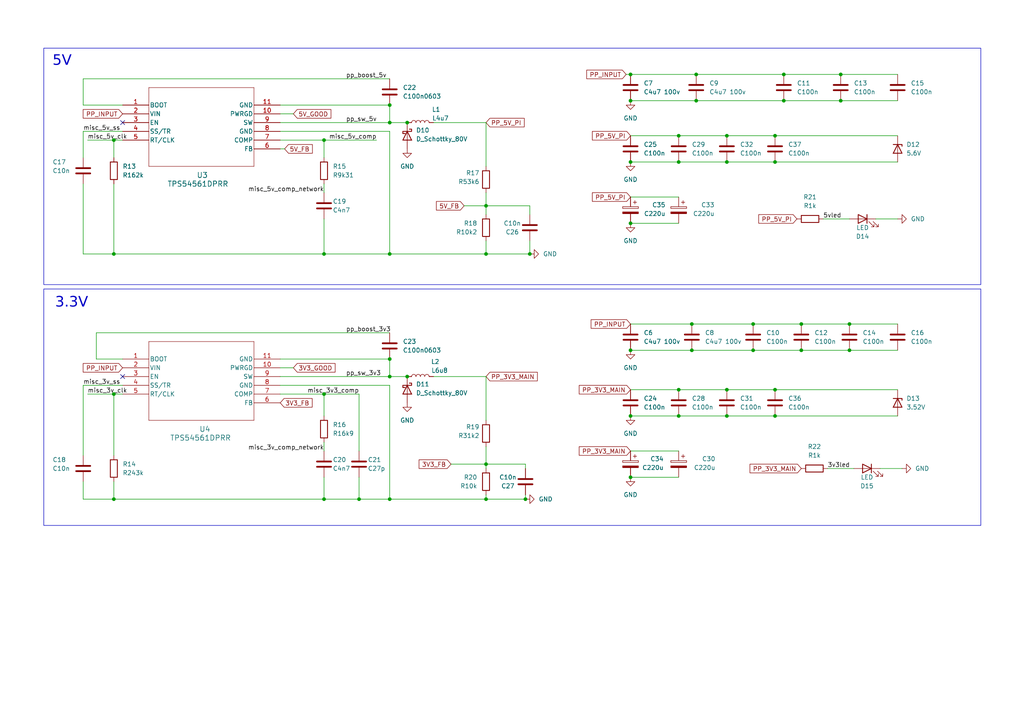
<source format=kicad_sch>
(kicad_sch (version 20231120) (generator "eeschema") (generator_version "8.0")
  (paper "A4")
  (title_block (title "Power Converters") (date "2025-02-17") (rev "2.0") (comment 1 "Matthew Guo") (comment 2 "matthew@paisleymicro.com") (comment 3 "Matthew Guo") (comment 4 "matthew@paisleymicro.com") (comment 5 "Firefly-4") (comment 6 "PAISLEY-FC-4") (comment 7 "2025") (comment 8 "Firefly Automation Controller for RPi CM4"))
  (lib_symbols
    (symbol "Device:C" (pin_numbers hide) (pin_names (offset 0.254))
      (property "Reference" "C" (at 0.635 2.54 0))
      (property "Value" "C" (at 0.635 -2.54 0))
      (symbol "C_0_1"
        (polyline (pts (xy -2.032 -0.762) (xy 2.032 -0.762)) (stroke (width 0.508)))
        (polyline (pts (xy -2.032 0.762) (xy 2.032 0.762)) (stroke (width 0.508)))
      )
      (symbol "C_1_1"
        (pin passive line (at 0 3.81 270) (length 2.794) (name "~") (number "1"))
        (pin passive line (at 0 -3.81 90) (length 2.794) (name "~") (number "2"))
      )
    )
    (symbol "Device:C_Polarized" (pin_numbers hide) (pin_names (offset 0.254))
      (property "Reference" "C" (at 0.635 2.54 0))
      (property "Value" "C_Polarized" (at 0.635 -2.54 0))
      (symbol "C_Polarized_0_1"
        (rectangle (start -2.286 0.508) (end 2.286 1.016))
        (polyline (pts (xy -1.778 2.286) (xy -0.762 2.286)))
        (polyline (pts (xy -1.27 2.794) (xy -1.27 1.778)))
        (rectangle (start 2.286 -0.508) (end -2.286 -1.016) (fill (type outline)))
      )
      (symbol "C_Polarized_1_1"
        (pin passive line (at 0 3.81 270) (length 2.794) (name "~") (number "1"))
        (pin passive line (at 0 -3.81 90) (length 2.794) (name "~") (number "2"))
      )
    )
    (symbol "Device:D_Schottky" (pin_numbers hide) (pin_names (offset 1.016) hide)
      (property "Reference" "D" (at 0 2.54 0))
      (property "Value" "D_Schottky" (at 0 -2.54 0))
      (symbol "D_Schottky_0_1"
        (polyline (pts (xy 1.27 0) (xy -1.27 0)))
        (polyline (pts (xy 1.27 1.27) (xy 1.27 -1.27) (xy -1.27 0) (xy 1.27 1.27)) (stroke (width 0.254)))
        (polyline (pts (xy -1.905 0.635) (xy -1.905 1.27) (xy -1.27 1.27) (xy -1.27 -1.27) (xy -0.635 -1.27) (xy -0.635 -0.635)) (stroke (width 0.254)))
      )
      (symbol "D_Schottky_1_1"
        (pin passive line (at -3.81 0 0) (length 2.54) (name "K") (number "1"))
        (pin passive line (at 3.81 0 180) (length 2.54) (name "A") (number "2"))
      )
    )
    (symbol "Device:D_Zener" (pin_numbers hide) (pin_names (offset 1.016) hide)
      (property "Reference" "D" (at 0 2.54 0))
      (property "Value" "D_Zener" (at 0 -2.54 0))
      (symbol "D_Zener_0_1"
        (polyline (pts (xy 1.27 0) (xy -1.27 0)))
        (polyline (pts (xy -1.27 -1.27) (xy -1.27 1.27) (xy -0.762 1.27)) (stroke (width 0.254)))
        (polyline (pts (xy 1.27 -1.27) (xy 1.27 1.27) (xy -1.27 0) (xy 1.27 -1.27)) (stroke (width 0.254)))
      )
      (symbol "D_Zener_1_1"
        (pin passive line (at -3.81 0 0) (length 2.54) (name "K") (number "1"))
        (pin passive line (at 3.81 0 180) (length 2.54) (name "A") (number "2"))
      )
    )
    (symbol "Device:L" (pin_numbers hide) (pin_names (offset 1.016) hide)
      (property "Reference" "L" (at -1.27 0 90))
      (property "Value" "L" (at 1.905 0 90))
      (symbol "L_0_1"
        (arc (start 0 -2.54) (mid 0.6323 -1.905) (end 0 -1.27))
        (arc (start 0 -1.27) (mid 0.6323 -0.635) (end 0 0))
        (arc (start 0 0) (mid 0.6323 0.635) (end 0 1.27))
        (arc (start 0 1.27) (mid 0.6323 1.905) (end 0 2.54))
      )
      (symbol "L_1_1"
        (pin passive line (at 0 3.81 270) (length 1.27) (name "1") (number "1"))
        (pin passive line (at 0 -3.81 90) (length 1.27) (name "2") (number "2"))
      )
    )
    (symbol "Device:LED" (pin_numbers hide) (pin_names (offset 1.016) hide)
      (property "Reference" "D" (at 0 2.54 0))
      (property "Value" "LED" (at 0 -2.54 0))
      (symbol "LED_0_1"
        (polyline (pts (xy -1.27 -1.27) (xy -1.27 1.27)) (stroke (width 0.254)))
        (polyline (pts (xy -1.27 0) (xy 1.27 0)))
        (polyline (pts (xy 1.27 -1.27) (xy 1.27 1.27) (xy -1.27 0) (xy 1.27 -1.27)) (stroke (width 0.254)))
        (polyline (pts (xy -3.048 -0.762) (xy -4.572 -2.286) (xy -3.81 -2.286) (xy -4.572 -2.286) (xy -4.572 -1.524)))
        (polyline (pts (xy -1.778 -0.762) (xy -3.302 -2.286) (xy -2.54 -2.286) (xy -3.302 -2.286) (xy -3.302 -1.524)))
      )
      (symbol "LED_1_1"
        (pin passive line (at -3.81 0 0) (length 2.54) (name "K") (number "1"))
        (pin passive line (at 3.81 0 180) (length 2.54) (name "A") (number "2"))
      )
    )
    (symbol "Device:R" (pin_numbers hide) (pin_names (offset 0))
      (property "Reference" "R" (at 2.032 0 90))
      (property "Value" "R" (at 0 0 90))
      (symbol "R_0_1"
        (rectangle (start -1.016 -2.54) (end 1.016 2.54) (stroke (width 0.254)))
      )
      (symbol "R_1_1"
        (pin passive line (at 0 3.81 270) (length 1.27) (name "~") (number "1"))
        (pin passive line (at 0 -3.81 90) (length 1.27) (name "~") (number "2"))
      )
    )
    (symbol "jack_stand_board_symbols:TPS54561DPRR" (pin_names (offset 0.254))
      (property "Reference" "U" (at 22.86 10.16 0))
      (property "Value" "TPS54561DPRR" (at 22.86 7.62 0))
      (symbol "TPS54561DPRR_0_1"
        (polyline (pts (xy 7.62 -17.78) (xy 38.1 -17.78)) (stroke (width 0.127)))
        (polyline (pts (xy 7.62 5.08) (xy 7.62 -17.78)) (stroke (width 0.127)))
        (polyline (pts (xy 38.1 -17.78) (xy 38.1 5.08)) (stroke (width 0.127)))
        (polyline (pts (xy 38.1 5.08) (xy 7.62 5.08)) (stroke (width 0.127)))
        (pin output line (at 0 0 0) (length 7.62) (name "BOOT") (number "1"))
        (pin input line (at 45.72 -2.54 180) (length 7.62) (name "PWRGD") (number "10"))
        (pin power_out line (at 45.72 0 180) (length 7.62) (name "GND") (number "11"))
        (pin power_in line (at 0 -2.54 0) (length 7.62) (name "VIN") (number "2"))
        (pin input line (at 0 -5.08 0) (length 7.62) (name "EN") (number "3"))
        (pin input line (at 0 -7.62 0) (length 7.62) (name "SS/TR") (number "4"))
        (pin input line (at 0 -10.16 0) (length 7.62) (name "RT/CLK") (number "5"))
        (pin input line (at 45.72 -12.7 180) (length 7.62) (name "FB") (number "6"))
        (pin output line (at 45.72 -10.16 180) (length 7.62) (name "COMP") (number "7"))
        (pin power_out line (at 45.72 -7.62 180) (length 7.62) (name "GND") (number "8"))
        (pin input line (at 45.72 -5.08 180) (length 7.62) (name "SW") (number "9"))
      )
    )
    (symbol "power:GND" (power) (pin_names (offset 0))
      (property "Value" "GND" (at 0 -3.81 0))
      (symbol "GND_0_1"
        (polyline (pts (xy 0 0) (xy 0 -1.27) (xy 1.27 -1.27) (xy 0 -2.54) (xy -1.27 -1.27) (xy 0 -1.27)))
      )
      (symbol "GND_1_1"
        (pin power_in line (at 0 0 270) (length 0) hide (name "GND") (number "1"))
      )
    )
  )
  (junction (at 113.03 30.48))
  (junction (at 200.66 93.98))
  (junction (at 182.88 64.77))
  (junction (at 33.02 40.64))
  (junction (at 246.38 101.6))
  (junction (at 152.4 144.78))
  (junction (at 196.85 46.99))
  (junction (at 118.11 109.22))
  (junction (at 140.97 73.66))
  (junction (at 210.82 113.03))
  (junction (at 227.33 21.59))
  (junction (at 210.82 39.37))
  (junction (at 33.02 114.3))
  (junction (at 93.98 40.64))
  (junction (at 227.33 29.21))
  (junction (at 210.82 46.99))
  (junction (at 232.41 93.98))
  (junction (at 113.03 73.66))
  (junction (at 140.97 134.62))
  (junction (at 210.82 120.65))
  (junction (at 196.85 113.03))
  (junction (at 243.84 21.59))
  (junction (at 224.79 46.99))
  (junction (at 33.02 144.78))
  (junction (at 140.97 59.69))
  (junction (at 224.79 120.65))
  (junction (at 201.93 21.59))
  (junction (at 196.85 39.37))
  (junction (at 33.02 73.66))
  (junction (at 182.88 120.65))
  (junction (at 182.88 46.99))
  (junction (at 218.44 101.6))
  (junction (at 113.03 144.78))
  (junction (at 232.41 101.6))
  (junction (at 113.03 35.56))
  (junction (at 246.38 93.98))
  (junction (at 104.14 144.78))
  (junction (at 201.93 29.21))
  (junction (at 218.44 93.98))
  (junction (at 200.66 101.6))
  (junction (at 243.84 29.21))
  (junction (at 93.98 73.66))
  (junction (at 224.79 113.03))
  (junction (at 224.79 39.37))
  (junction (at 113.03 109.22))
  (junction (at 140.97 144.78))
  (junction (at 118.11 35.56))
  (junction (at 93.98 114.3))
  (junction (at 182.88 21.59))
  (junction (at 182.88 29.21))
  (junction (at 182.88 101.6))
  (junction (at 113.03 104.14))
  (junction (at 153.67 73.66))
  (junction (at 182.88 138.43))
  (junction (at 196.85 120.65))
  (junction (at 93.98 144.78))
  (no_connect (at 35.56 109.22))
  (no_connect (at 35.56 35.56))
  (wire (pts (xy 246.38 93.98) (xy 260.35 93.98)))
  (wire (pts (xy 24.13 144.78) (xy 33.02 144.78)))
  (wire (pts (xy 33.02 40.64) (xy 35.56 40.64)))
  (wire (pts (xy 104.14 114.3) (xy 93.98 114.3)))
  (wire (pts (xy 224.79 39.37) (xy 260.35 39.37)))
  (wire (pts (xy 93.98 63.5) (xy 93.98 73.66)))
  (wire (pts (xy 35.56 38.1) (xy 24.13 38.1)))
  (wire (pts (xy 33.02 139.7) (xy 33.02 144.78)))
  (wire (pts (xy 181.61 21.59) (xy 182.88 21.59)))
  (wire (pts (xy 140.97 73.66) (xy 113.03 73.66)))
  (wire (pts (xy 240.03 135.89) (xy 247.65 135.89)))
  (wire (pts (xy 196.85 64.77) (xy 182.88 64.77)))
  (wire (pts (xy 24.13 139.7) (xy 24.13 144.78)))
  (wire (pts (xy 93.98 73.66) (xy 113.03 73.66)))
  (wire (pts (xy 24.13 22.86) (xy 113.03 22.86)))
  (wire (pts (xy 200.66 101.6) (xy 218.44 101.6)))
  (wire (pts (xy 24.13 30.48) (xy 24.13 22.86)))
  (wire (pts (xy 134.62 59.69) (xy 140.97 59.69)))
  (wire (pts (xy 227.33 29.21) (xy 243.84 29.21)))
  (wire (pts (xy 93.98 144.78) (xy 104.14 144.78)))
  (wire (pts (xy 93.98 55.88) (xy 93.98 53.34)))
  (wire (pts (xy 201.93 21.59) (xy 227.33 21.59)))
  (wire (pts (xy 153.67 73.66) (xy 140.97 73.66)))
  (wire (pts (xy 81.28 104.14) (xy 113.03 104.14)))
  (wire (pts (xy 232.41 101.6) (xy 246.38 101.6)))
  (wire (pts (xy 182.88 21.59) (xy 201.93 21.59)))
  (wire (pts (xy 218.44 93.98) (xy 232.41 93.98)))
  (wire (pts (xy 104.14 138.43) (xy 104.14 144.78)))
  (wire (pts (xy 93.98 144.78) (xy 93.98 138.43)))
  (wire (pts (xy 25.4 40.64) (xy 33.02 40.64)))
  (wire (pts (xy 24.13 38.1) (xy 24.13 45.72)))
  (wire (pts (xy 113.03 109.22) (xy 118.11 109.22)))
  (wire (pts (xy 210.82 46.99) (xy 224.79 46.99)))
  (wire (pts (xy 152.4 135.89) (xy 152.4 134.62)))
  (wire (pts (xy 82.55 43.18) (xy 81.28 43.18)))
  (wire (pts (xy 24.13 73.66) (xy 33.02 73.66)))
  (wire (pts (xy 210.82 120.65) (xy 224.79 120.65)))
  (wire (pts (xy 182.88 29.21) (xy 201.93 29.21)))
  (wire (pts (xy 113.03 38.1) (xy 113.03 73.66)))
  (wire (pts (xy 224.79 120.65) (xy 260.35 120.65)))
  (wire (pts (xy 81.28 114.3) (xy 93.98 114.3)))
  (wire (pts (xy 182.88 93.98) (xy 200.66 93.98)))
  (wire (pts (xy 152.4 134.62) (xy 140.97 134.62)))
  (wire (pts (xy 140.97 35.56) (xy 140.97 48.26)))
  (wire (pts (xy 109.22 40.64) (xy 93.98 40.64)))
  (wire (pts (xy 35.56 30.48) (xy 24.13 30.48)))
  (wire (pts (xy 182.88 120.65) (xy 196.85 120.65)))
  (wire (pts (xy 113.03 30.48) (xy 113.03 35.56)))
  (wire (pts (xy 25.4 114.3) (xy 33.02 114.3)))
  (wire (pts (xy 140.97 134.62) (xy 140.97 135.89)))
  (wire (pts (xy 260.35 63.5) (xy 254 63.5)))
  (wire (pts (xy 152.4 144.78) (xy 152.4 143.51)))
  (wire (pts (xy 246.38 101.6) (xy 260.35 101.6)))
  (wire (pts (xy 152.4 144.78) (xy 140.97 144.78)))
  (wire (pts (xy 81.28 30.48) (xy 113.03 30.48)))
  (wire (pts (xy 33.02 40.64) (xy 33.02 45.72)))
  (wire (pts (xy 104.14 144.78) (xy 113.03 144.78)))
  (wire (pts (xy 140.97 143.51) (xy 140.97 144.78)))
  (wire (pts (xy 85.09 106.68) (xy 81.28 106.68)))
  (wire (pts (xy 33.02 114.3) (xy 33.02 132.08)))
  (wire (pts (xy 196.85 138.43) (xy 182.88 138.43)))
  (wire (pts (xy 243.84 29.21) (xy 260.35 29.21)))
  (wire (pts (xy 93.98 120.65) (xy 93.98 114.3)))
  (wire (pts (xy 210.82 113.03) (xy 224.79 113.03)))
  (wire (pts (xy 140.97 129.54) (xy 140.97 134.62)))
  (wire (pts (xy 140.97 69.85) (xy 140.97 73.66)))
  (wire (pts (xy 238.76 63.5) (xy 246.38 63.5)))
  (wire (pts (xy 33.02 144.78) (xy 93.98 144.78)))
  (wire (pts (xy 113.03 104.14) (xy 113.03 109.22)))
  (wire (pts (xy 81.28 40.64) (xy 93.98 40.64)))
  (wire (pts (xy 24.13 111.76) (xy 24.13 132.08)))
  (wire (pts (xy 33.02 53.34) (xy 33.02 73.66)))
  (wire (pts (xy 104.14 114.3) (xy 104.14 130.81)))
  (wire (pts (xy 182.88 39.37) (xy 196.85 39.37)))
  (wire (pts (xy 261.62 135.89) (xy 255.27 135.89)))
  (wire (pts (xy 24.13 53.34) (xy 24.13 73.66)))
  (wire (pts (xy 33.02 73.66) (xy 93.98 73.66)))
  (wire (pts (xy 113.03 35.56) (xy 118.11 35.56)))
  (wire (pts (xy 260.35 113.03) (xy 224.79 113.03)))
  (wire (pts (xy 196.85 46.99) (xy 210.82 46.99)))
  (wire (pts (xy 182.88 101.6) (xy 200.66 101.6)))
  (wire (pts (xy 196.85 57.15) (xy 182.88 57.15)))
  (wire (pts (xy 196.85 39.37) (xy 210.82 39.37)))
  (wire (pts (xy 232.41 93.98) (xy 246.38 93.98)))
  (wire (pts (xy 140.97 59.69) (xy 140.97 62.23)))
  (wire (pts (xy 35.56 104.14) (xy 27.94 104.14)))
  (wire (pts (xy 153.67 59.69) (xy 140.97 59.69)))
  (wire (pts (xy 81.28 35.56) (xy 113.03 35.56)))
  (wire (pts (xy 140.97 55.88) (xy 140.97 59.69)))
  (wire (pts (xy 196.85 130.81) (xy 182.88 130.81)))
  (wire (pts (xy 113.03 111.76) (xy 113.03 144.78)))
  (wire (pts (xy 227.33 21.59) (xy 243.84 21.59)))
  (wire (pts (xy 210.82 39.37) (xy 224.79 39.37)))
  (wire (pts (xy 218.44 101.6) (xy 232.41 101.6)))
  (wire (pts (xy 196.85 113.03) (xy 210.82 113.03)))
  (wire (pts (xy 153.67 73.66) (xy 153.67 69.85)))
  (wire (pts (xy 200.66 93.98) (xy 218.44 93.98)))
  (wire (pts (xy 130.81 134.62) (xy 140.97 134.62)))
  (wire (pts (xy 125.73 35.56) (xy 140.97 35.56)))
  (wire (pts (xy 182.88 46.99) (xy 196.85 46.99)))
  (wire (pts (xy 27.94 96.52) (xy 113.03 96.52)))
  (wire (pts (xy 140.97 109.22) (xy 140.97 121.92)))
  (wire (pts (xy 27.94 104.14) (xy 27.94 96.52)))
  (wire (pts (xy 224.79 46.99) (xy 260.35 46.99)))
  (wire (pts (xy 113.03 144.78) (xy 140.97 144.78)))
  (wire (pts (xy 85.09 33.02) (xy 81.28 33.02)))
  (wire (pts (xy 243.84 21.59) (xy 260.35 21.59)))
  (wire (pts (xy 182.88 113.03) (xy 196.85 113.03)))
  (wire (pts (xy 35.56 111.76) (xy 24.13 111.76)))
  (wire (pts (xy 81.28 109.22) (xy 113.03 109.22)))
  (wire (pts (xy 196.85 120.65) (xy 210.82 120.65)))
  (wire (pts (xy 93.98 45.72) (xy 93.98 40.64)))
  (wire (pts (xy 93.98 130.81) (xy 93.98 128.27)))
  (wire (pts (xy 81.28 38.1) (xy 113.03 38.1)))
  (wire (pts (xy 201.93 29.21) (xy 227.33 29.21)))
  (wire (pts (xy 33.02 114.3) (xy 35.56 114.3)))
  (wire (pts (xy 81.28 111.76) (xy 113.03 111.76)))
  (wire (pts (xy 125.73 109.22) (xy 140.97 109.22)))
  (wire (pts (xy 153.67 59.69) (xy 153.67 62.23)))
  (rectangle (start 12.7 83.82) (end 284.48 152.4))
  (rectangle (start 12.7 13.97) (end 284.48 82.55))
  (text "5V" (at 15.24 20.32 0) (effects (font (size 3 3)) (justify left bottom)))
  (text "3.3V" (at 16.002 90.424 0) (effects (font (size 3 3)) (justify left bottom)))
  (label "pp_boost_5v" (at 100.33 22.86 0))
  (label "pp_boost_3v3" (at 100.33 96.52 0))
  (label "misc_3v_comp_network" (at 93.98 130.81 180))
  (label "pp_sw_3v3" (at 100.33 109.22 0))
  (label "pp_sw_5v" (at 100.33 35.56 0))
  (label "misc_5v_comp" (at 109.22 40.64 180))
  (label "misc_5v_comp_network" (at 93.98 55.88 180))
  (label "misc_5v_clk" (at 25.4 40.64 0))
  (label "misc_5v_ss" (at 24.13 38.1 0))
  (label "misc_3v_ss" (at 24.13 111.76 0))
  (label "3v3led" (at 240.03 135.89 0))
  (label "misc_3v3_comp" (at 104.14 114.3 180))
  (label "5vled" (at 238.76 63.5 0))
  (label "misc_3v_clk" (at 25.4 114.3 0))
  (global_label "PP_INPUT" (shape input) (at 35.56 33.02 180) (property "Intersheetrefs" "${INTERSHEET_REFS}" (effects (hide yes))))
  (global_label "PP_3V3_MAIN" (shape input) (at 232.41 135.89 180) (property "Intersheetrefs" "${INTERSHEET_REFS}" (effects (hide yes))))
  (global_label "PP_INPUT" (shape input) (at 181.61 21.59 180) (property "Intersheetrefs" "${INTERSHEET_REFS}" (effects (hide yes))))
  (global_label "PP_INPUT" (shape input) (at 35.56 106.68 180) (property "Intersheetrefs" "${INTERSHEET_REFS}" (effects (hide yes))))
  (global_label "PP_3V3_MAIN" (shape input) (at 182.88 113.03 180) (property "Intersheetrefs" "${INTERSHEET_REFS}" (effects (hide yes))))
  (global_label "5V_FB" (shape input) (at 134.62 59.69 180) (property "Intersheetrefs" "${INTERSHEET_REFS}" (effects (hide yes))))
  (global_label "5V_FB" (shape input) (at 82.55 43.18 0) (property "Intersheetrefs" "${INTERSHEET_REFS}" (effects (hide yes))))
  (global_label "PP_5V_PI" (shape input) (at 140.97 35.56 0) (property "Intersheetrefs" "${INTERSHEET_REFS}" (effects (hide yes))))
  (global_label "PP_3V3_MAIN" (shape input) (at 140.97 109.22 0) (property "Intersheetrefs" "${INTERSHEET_REFS}" (effects (hide yes))))
  (global_label "PP_5V_PI" (shape input) (at 182.88 39.37 180) (property "Intersheetrefs" "${INTERSHEET_REFS}" (effects (hide yes))))
  (global_label "5V_GOOD" (shape input) (at 85.09 33.02 0) (property "Intersheetrefs" "${INTERSHEET_REFS}" (effects (hide yes))))
  (global_label "3V3_FB" (shape input) (at 81.28 116.84 0) (property "Intersheetrefs" "${INTERSHEET_REFS}" (effects (hide yes))))
  (global_label "3V3_FB" (shape input) (at 130.81 134.62 180) (property "Intersheetrefs" "${INTERSHEET_REFS}" (effects (hide yes))))
  (global_label "PP_INPUT" (shape input) (at 182.88 93.98 180) (property "Intersheetrefs" "${INTERSHEET_REFS}" (effects (hide yes))))
  (global_label "PP_3V3_MAIN" (shape input) (at 182.88 130.81 180) (property "Intersheetrefs" "${INTERSHEET_REFS}" (effects (hide yes))))
  (global_label "PP_5V_PI" (shape input) (at 231.14 63.5 180) (property "Intersheetrefs" "${INTERSHEET_REFS}" (effects (hide yes))))
  (global_label "PP_5V_PI" (shape input) (at 182.88 57.15 180) (property "Intersheetrefs" "${INTERSHEET_REFS}" (effects (hide yes))))
  (global_label "3V3_GOOD" (shape input) (at 85.09 106.68 0) (property "Intersheetrefs" "${INTERSHEET_REFS}" (effects (hide yes))))
  (symbol (lib_id "Device:R") (at 140.97 52.07 0) (mirror y) (unit 1)
    (property "Reference" "R17" (at 139.065 50.165 0) (effects (justify left)))
    (property "Value" "R53k6" (at 139.065 52.705 0) (effects (justify left)))
    (property "Footprint" "Resistor_SMD:R_0402_1005Metric" (effects (hide yes)))
  )
  (symbol (lib_id "power:GND") (at 118.11 43.18 0) (unit 1)
    (property "Reference" "#PWR019" (effects (hide yes)))
    (property "Value" "GND" (at 118.11 48.26 0))
  )
  (symbol (lib_id "Device:C") (at 227.33 25.4 0) (unit 1)
    (property "Reference" "C11" (at 231.14 24.13 0) (effects (justify left)))
    (property "Value" "C100n" (at 231.14 26.67 0) (effects (justify left)))
    (property "Footprint" "Capacitor_SMD:C_0402_1005Metric" (effects (hide yes)))
  )
  (symbol (lib_id "Device:R") (at 140.97 139.7 0) (mirror y) (unit 1)
    (property "Reference" "R20" (at 138.43 138.43 0) (effects (justify left)))
    (property "Value" "R10k" (at 138.43 140.97 0) (effects (justify left)))
    (property "Footprint" "Resistor_SMD:R_0402_1005Metric" (effects (hide yes)))
  )
  (symbol (lib_id "Device:L") (at 121.92 109.22 90) (unit 1)
    (property "Reference" "L2" (at 126.238 104.902 90))
    (property "Value" "L6u8" (at 127.508 107.442 90))
    (property "Footprint" "Inductor_SMD:L_Sunlord_MWSA0603S" (effects (hide yes)))
  )
  (symbol (lib_id "Device:LED") (at 251.46 135.89 0) (mirror y) (unit 1)
    (property "Reference" "D15" (at 251.46 140.97 0))
    (property "Value" "LED" (at 251.46 138.43 0))
    (property "Footprint" "LED_SMD:LED_0603_1608Metric" (effects (hide yes)))
  )
  (symbol (lib_id "Device:C") (at 260.35 25.4 0) (unit 1)
    (property "Reference" "C15" (at 264.16 24.13 0) (effects (justify left)))
    (property "Value" "C100n" (at 264.16 26.67 0) (effects (justify left)))
    (property "Footprint" "Capacitor_SMD:C_0402_1005Metric" (effects (hide yes)))
  )
  (symbol (lib_id "Device:R") (at 234.95 63.5 270) (unit 1)
    (property "Reference" "R21" (at 234.95 57.15 90))
    (property "Value" "R1k" (at 234.95 59.69 90))
    (property "Footprint" "Resistor_SMD:R_0402_1005Metric" (effects (hide yes)))
  )
  (symbol (lib_id "Device:C") (at 224.79 116.84 0) (unit 1)
    (property "Reference" "C36" (at 228.6 115.57 0) (effects (justify left)))
    (property "Value" "C100n" (at 228.6 118.11 0) (effects (justify left)))
    (property "Footprint" "Capacitor_SMD:C_0402_1005Metric" (effects (hide yes)))
  )
  (symbol (lib_id "Device:C") (at 93.98 59.69 180) (unit 1)
    (property "Reference" "C19" (at 96.52 58.42 0) (effects (justify right)))
    (property "Value" "C4n7" (at 96.52 60.96 0) (effects (justify right)))
    (property "Footprint" "Capacitor_SMD:C_0402_1005Metric" (effects (hide yes)))
  )
  (symbol (lib_id "Device:C") (at 113.03 26.67 0) (unit 1)
    (property "Reference" "C22" (at 116.84 25.4 0) (effects (justify left)))
    (property "Value" "C100n0603" (at 116.84 27.94 0) (effects (justify left)))
    (property "Footprint" "Capacitor_SMD:C_0603_1608Metric" (effects (hide yes)))
  )
  (symbol (lib_id "Device:C") (at 243.84 25.4 0) (unit 1)
    (property "Reference" "C13" (at 247.65 24.13 0) (effects (justify left)))
    (property "Value" "C100n" (at 247.65 26.67 0) (effects (justify left)))
    (property "Footprint" "Capacitor_SMD:C_0402_1005Metric" (effects (hide yes)))
  )
  (symbol (lib_id "Device:D_Zener") (at 260.35 116.84 270) (unit 1)
    (property "Reference" "D13" (at 262.89 115.57 90) (effects (justify left)))
    (property "Value" "3.52V" (at 262.89 118.11 90) (effects (justify left)))
    (property "Footprint" "Diode_SMD:D_SOD-523" (effects (hide yes)))
  )
  (symbol (lib_id "Device:C") (at 218.44 97.79 0) (unit 1)
    (property "Reference" "C10" (at 222.25 96.52 0) (effects (justify left)))
    (property "Value" "C100n" (at 222.25 99.06 0) (effects (justify left)))
    (property "Footprint" "Capacitor_SMD:C_0402_1005Metric" (effects (hide yes)))
  )
  (symbol (lib_id "Device:C") (at 24.13 135.89 180) (unit 1)
    (property "Reference" "C18" (at 15.24 133.35 0) (effects (justify right)))
    (property "Value" "C10n" (at 15.24 135.89 0) (effects (justify right)))
    (property "Footprint" "Capacitor_SMD:C_0402_1005Metric" (effects (hide yes)))
  )
  (symbol (lib_id "power:GND") (at 152.4 144.78 90) (unit 1)
    (property "Reference" "#PWR018" (effects (hide yes)))
    (property "Value" "GND" (at 156.21 144.78 90) (effects (justify right)))
  )
  (symbol (lib_id "Device:C") (at 153.67 66.04 0) (mirror y) (unit 1)
    (property "Reference" "C26" (at 148.59 67.31 0))
    (property "Value" "C10n" (at 148.59 64.77 0))
    (property "Footprint" "Capacitor_SMD:C_0402_1005Metric" (effects (hide yes)))
  )
  (symbol (lib_id "Device:C_Polarized") (at 182.88 60.96 0) (mirror y) (unit 1)
    (property "Reference" "C35" (at 193.04 59.436 0) (effects (justify left)))
    (property "Value" "C220u" (at 193.04 61.976 0) (effects (justify left)))
    (property "Footprint" "Capacitor_SMD:CP_Elec_6.3x5.4" (effects (hide yes)))
  )
  (symbol (lib_id "Device:C") (at 224.79 43.18 0) (unit 1)
    (property "Reference" "C37" (at 228.6 41.91 0) (effects (justify left)))
    (property "Value" "C100n" (at 228.6 44.45 0) (effects (justify left)))
    (property "Footprint" "Capacitor_SMD:C_0402_1005Metric" (effects (hide yes)))
  )
  (symbol (lib_id "Device:C") (at 93.98 134.62 180) (unit 1)
    (property "Reference" "C20" (at 96.52 133.35 0) (effects (justify right)))
    (property "Value" "C4n7" (at 96.52 135.89 0) (effects (justify right)))
    (property "Footprint" "Capacitor_SMD:C_0402_1005Metric" (effects (hide yes)))
  )
  (symbol (lib_id "Device:C") (at 200.66 97.79 0) (unit 1)
    (property "Reference" "C8" (at 204.47 96.52 0) (effects (justify left)))
    (property "Value" "C4u7 100v" (at 204.47 99.06 0) (effects (justify left)))
    (property "Footprint" "Inductor_SMD:L_1210_3225Metric" (effects (hide yes)))
  )
  (symbol (lib_id "Device:R") (at 33.02 135.89 0) (unit 1)
    (property "Reference" "R14" (at 35.56 134.62 0) (effects (justify left)))
    (property "Value" "R243k" (at 35.56 137.16 0) (effects (justify left)))
    (property "Footprint" "Resistor_SMD:R_0402_1005Metric" (effects (hide yes)))
  )
  (symbol (lib_id "Device:C") (at 196.85 116.84 0) (unit 1)
    (property "Reference" "C28" (at 200.66 115.57 0) (effects (justify left)))
    (property "Value" "C100n" (at 200.66 118.11 0) (effects (justify left)))
    (property "Footprint" "Capacitor_SMD:C_0402_1005Metric" (effects (hide yes)))
  )
  (symbol (lib_id "Device:D_Zener") (at 260.35 43.18 270) (unit 1)
    (property "Reference" "D12" (at 262.89 41.91 90) (effects (justify left)))
    (property "Value" "5.6V" (at 262.89 44.45 90) (effects (justify left)))
    (property "Footprint" "Diode_SMD:D_SOD-523" (effects (hide yes)))
  )
  (symbol (lib_id "Device:R") (at 93.98 49.53 0) (unit 1)
    (property "Reference" "R15" (at 96.52 48.26 0) (effects (justify left)))
    (property "Value" "R9k31" (at 96.52 50.8 0) (effects (justify left)))
    (property "Footprint" "Resistor_SMD:R_0402_1005Metric" (effects (hide yes)))
  )
  (symbol (lib_id "power:GND") (at 182.88 120.65 0) (unit 1)
    (property "Reference" "#PWR026" (effects (hide yes)))
    (property "Value" "GND" (at 182.88 125.73 0))
  )
  (symbol (lib_id "Device:C") (at 196.85 43.18 0) (unit 1)
    (property "Reference" "C29" (at 200.66 41.91 0) (effects (justify left)))
    (property "Value" "C100n" (at 200.66 44.45 0) (effects (justify left)))
    (property "Footprint" "Capacitor_SMD:C_0402_1005Metric" (effects (hide yes)))
  )
  (symbol (lib_id "Device:R") (at 140.97 125.73 0) (mirror y) (unit 1)
    (property "Reference" "R19" (at 139.065 123.825 0) (effects (justify left)))
    (property "Value" "R31k2" (at 139.065 126.365 0) (effects (justify left)))
    (property "Footprint" "Resistor_SMD:R_0402_1005Metric" (effects (hide yes)))
  )
  (symbol (lib_id "power:GND") (at 182.88 101.6 0) (unit 1)
    (property "Reference" "#PWR016" (effects (hide yes)))
    (property "Value" "GND" (at 182.88 106.68 0))
  )
  (symbol (lib_id "Device:C_Polarized") (at 196.85 134.62 0) (mirror y) (unit 1)
    (property "Reference" "C30" (at 207.518 133.096 0) (effects (justify left)))
    (property "Value" "C220u" (at 207.518 135.636 0) (effects (justify left)))
    (property "Footprint" "Capacitor_SMD:CP_Elec_6.3x5.4" (effects (hide yes)))
  )
  (symbol (lib_id "Device:C_Polarized") (at 182.88 134.62 0) (mirror y) (unit 1)
    (property "Reference" "C34" (at 192.532 133.096 0) (effects (justify left)))
    (property "Value" "C220u" (at 192.532 135.636 0) (effects (justify left)))
    (property "Footprint" "Capacitor_SMD:CP_Elec_6.3x5.4" (effects (hide yes)))
  )
  (symbol (lib_id "power:GND") (at 261.62 135.89 90) (unit 1)
    (property "Reference" "#PWR025" (effects (hide yes)))
    (property "Value" "GND" (at 265.43 135.89 90) (effects (justify right)))
  )
  (symbol (lib_id "Device:R") (at 33.02 49.53 0) (unit 1)
    (property "Reference" "R13" (at 35.56 48.26 0) (effects (justify left)))
    (property "Value" "R162k" (at 35.56 50.8 0) (effects (justify left)))
    (property "Footprint" "Resistor_SMD:R_0402_1005Metric" (effects (hide yes)))
  )
  (symbol (lib_id "Device:C") (at 260.35 97.79 0) (unit 1)
    (property "Reference" "C16" (at 264.16 96.52 0) (effects (justify left)))
    (property "Value" "C100n" (at 264.16 99.06 0) (effects (justify left)))
    (property "Footprint" "Capacitor_SMD:C_0402_1005Metric" (effects (hide yes)))
  )
  (symbol (lib_id "Device:C") (at 104.14 134.62 180) (unit 1)
    (property "Reference" "C21" (at 106.68 133.35 0) (effects (justify right)))
    (property "Value" "C27p" (at 106.68 135.89 0) (effects (justify right)))
    (property "Footprint" "Capacitor_SMD:C_0402_1005Metric" (effects (hide yes)))
  )
  (symbol (lib_id "Device:D_Schottky") (at 118.11 39.37 270) (unit 1)
    (property "Reference" "D10" (at 120.65 37.7825 90) (effects (justify left)))
    (property "Value" "D_Schottky_80V" (at 120.65 40.3225 90) (effects (justify left)))
    (property "Footprint" "Diode_SMD:D_SMB" (effects (hide yes)))
  )
  (symbol (lib_id "Device:C") (at 210.82 116.84 0) (unit 1)
    (property "Reference" "C31" (at 214.63 115.57 0) (effects (justify left)))
    (property "Value" "C100n" (at 214.63 118.11 0) (effects (justify left)))
    (property "Footprint" "Capacitor_SMD:C_0402_1005Metric" (effects (hide yes)))
  )
  (symbol (lib_id "power:GND") (at 260.35 63.5 90) (unit 1)
    (property "Reference" "#PWR021" (effects (hide yes)))
    (property "Value" "GND" (at 264.16 63.5 90) (effects (justify right)))
  )
  (symbol (lib_id "Device:R") (at 93.98 124.46 0) (unit 1)
    (property "Reference" "R16" (at 96.52 123.19 0) (effects (justify left)))
    (property "Value" "R16k9" (at 96.52 125.73 0) (effects (justify left)))
    (property "Footprint" "Resistor_SMD:R_0402_1005Metric" (effects (hide yes)))
  )
  (symbol (lib_id "power:GND") (at 182.88 138.43 0) (mirror y) (unit 1)
    (property "Reference" "#PWR023" (effects (hide yes)))
    (property "Value" "GND" (at 182.88 143.51 0))
  )
  (symbol (lib_id "Device:R") (at 140.97 66.04 0) (mirror y) (unit 1)
    (property "Reference" "R18" (at 138.43 64.77 0) (effects (justify left)))
    (property "Value" "R10k2" (at 138.43 67.31 0) (effects (justify left)))
    (property "Footprint" "Resistor_SMD:R_0402_1005Metric" (effects (hide yes)))
  )
  (symbol (lib_id "power:GND") (at 118.11 116.84 0) (unit 1)
    (property "Reference" "#PWR020" (effects (hide yes)))
    (property "Value" "GND" (at 118.11 121.92 0))
  )
  (symbol (lib_id "jack_stand_board_symbols:TPS54561DPRR") (at 35.56 30.48 0) (unit 1)
    (property "Reference" "U3" (at 58.674 50.8 0) (effects (font (size 1.524 1.524))))
    (property "Value" "TPS54561DPRR" (at 57.404 53.34 0) (effects (font (size 1.524 1.524))))
    (property "Footprint" "WSON10_DPR_TEX" (effects (hide yes)))
  )
  (symbol (lib_id "Device:C") (at 182.88 116.84 0) (unit 1)
    (property "Reference" "C24" (at 186.69 115.57 0) (effects (justify left)))
    (property "Value" "C100n" (at 186.69 118.11 0) (effects (justify left)))
    (property "Footprint" "Capacitor_SMD:C_0402_1005Metric" (effects (hide yes)))
  )
  (symbol (lib_id "Device:C") (at 210.82 43.18 0) (unit 1)
    (property "Reference" "C32" (at 214.63 41.91 0) (effects (justify left)))
    (property "Value" "C100n" (at 214.63 44.45 0) (effects (justify left)))
    (property "Footprint" "Capacitor_SMD:C_0402_1005Metric" (effects (hide yes)))
  )
  (symbol (lib_id "Device:C") (at 182.88 97.79 0) (unit 1)
    (property "Reference" "C6" (at 186.69 96.52 0) (effects (justify left)))
    (property "Value" "C4u7 100v" (at 186.69 99.06 0) (effects (justify left)))
    (property "Footprint" "Inductor_SMD:L_1210_3225Metric" (effects (hide yes)))
  )
  (symbol (lib_id "Device:D_Schottky") (at 118.11 113.03 270) (unit 1)
    (property "Reference" "D11" (at 120.65 111.4425 90) (effects (justify left)))
    (property "Value" "D_Schottky_80V" (at 120.65 113.9825 90) (effects (justify left)))
    (property "Footprint" "Diode_SMD:D_SMB" (effects (hide yes)))
  )
  (symbol (lib_id "power:GND") (at 153.67 73.66 90) (unit 1)
    (property "Reference" "#PWR017" (effects (hide yes)))
    (property "Value" "GND" (at 157.48 73.66 90) (effects (justify right)))
  )
  (symbol (lib_id "Device:C") (at 24.13 49.53 180) (unit 1)
    (property "Reference" "C17" (at 15.24 46.99 0) (effects (justify right)))
    (property "Value" "C10n" (at 15.24 49.53 0) (effects (justify right)))
    (property "Footprint" "Capacitor_SMD:C_0402_1005Metric" (effects (hide yes)))
  )
  (symbol (lib_id "Device:C") (at 152.4 139.7 0) (mirror y) (unit 1)
    (property "Reference" "C27" (at 147.32 140.97 0))
    (property "Value" "C10n" (at 147.32 138.43 0))
    (property "Footprint" "Capacitor_SMD:C_0402_1005Metric" (effects (hide yes)))
  )
  (symbol (lib_id "power:GND") (at 182.88 46.99 0) (unit 1)
    (property "Reference" "#PWR022" (effects (hide yes)))
    (property "Value" "GND" (at 182.88 52.07 0))
  )
  (symbol (lib_id "Device:C") (at 113.03 100.33 0) (unit 1)
    (property "Reference" "C23" (at 116.84 99.06 0) (effects (justify left)))
    (property "Value" "C100n0603" (at 116.84 101.6 0) (effects (justify left)))
    (property "Footprint" "Capacitor_SMD:C_0603_1608Metric" (effects (hide yes)))
  )
  (symbol (lib_id "Device:L") (at 121.92 35.56 90) (unit 1)
    (property "Reference" "L1" (at 126.492 31.75 90))
    (property "Value" "L4u7" (at 127.762 34.29 90))
    (property "Footprint" "Inductor_SMD:L_Sunlord_MWSA0603S" (effects (hide yes)))
  )
  (symbol (lib_id "Device:LED") (at 250.19 63.5 0) (mirror y) (unit 1)
    (property "Reference" "D14" (at 250.19 68.58 0))
    (property "Value" "LED" (at 250.19 66.04 0))
    (property "Footprint" "LED_SMD:LED_0603_1608Metric" (effects (hide yes)))
  )
  (symbol (lib_id "Device:C") (at 201.93 25.4 0) (unit 1)
    (property "Reference" "C9" (at 205.74 24.13 0) (effects (justify left)))
    (property "Value" "C4u7 100v" (at 205.74 26.67 0) (effects (justify left)))
    (property "Footprint" "Inductor_SMD:L_1210_3225Metric" (effects (hide yes)))
  )
  (symbol (lib_id "Device:C_Polarized") (at 196.85 60.96 0) (mirror y) (unit 1)
    (property "Reference" "C33" (at 207.264 59.436 0) (effects (justify left)))
    (property "Value" "C220u" (at 207.264 61.976 0) (effects (justify left)))
    (property "Footprint" "Capacitor_SMD:CP_Elec_6.3x5.4" (effects (hide yes)))
  )
  (symbol (lib_id "Device:C") (at 232.41 97.79 0) (unit 1)
    (property "Reference" "C12" (at 236.22 96.52 0) (effects (justify left)))
    (property "Value" "C100n" (at 236.22 99.06 0) (effects (justify left)))
    (property "Footprint" "Capacitor_SMD:C_0402_1005Metric" (effects (hide yes)))
  )
  (symbol (lib_id "Device:C") (at 182.88 25.4 0) (unit 1)
    (property "Reference" "C7" (at 186.69 24.13 0) (effects (justify left)))
    (property "Value" "C4u7 100v" (at 186.69 26.67 0) (effects (justify left)))
    (property "Footprint" "Inductor_SMD:L_1210_3225Metric" (effects (hide yes)))
  )
  (symbol (lib_id "Device:C") (at 182.88 43.18 0) (unit 1)
    (property "Reference" "C25" (at 186.69 41.91 0) (effects (justify left)))
    (property "Value" "C100n" (at 186.69 44.45 0) (effects (justify left)))
    (property "Footprint" "Capacitor_SMD:C_0402_1005Metric" (effects (hide yes)))
  )
  (symbol (lib_id "jack_stand_board_symbols:TPS54561DPRR") (at 35.56 104.14 0) (unit 1)
    (property "Reference" "U4" (at 59.436 124.46 0) (effects (font (size 1.524 1.524))))
    (property "Value" "TPS54561DPRR" (at 58.166 127 0) (effects (font (size 1.524 1.524))))
    (property "Footprint" "WSON10_DPR_TEX" (effects (hide yes)))
  )
  (symbol (lib_id "Device:C") (at 246.38 97.79 0) (unit 1)
    (property "Reference" "C14" (at 250.19 96.52 0) (effects (justify left)))
    (property "Value" "C100n" (at 250.19 99.06 0) (effects (justify left)))
    (property "Footprint" "Capacitor_SMD:C_0402_1005Metric" (effects (hide yes)))
  )
  (symbol (lib_id "power:GND") (at 182.88 29.21 0) (unit 1)
    (property "Reference" "#PWR015" (effects (hide yes)))
    (property "Value" "GND" (at 182.88 34.29 0))
  )
  (symbol (lib_id "Device:R") (at 236.22 135.89 270) (unit 1)
    (property "Reference" "R22" (at 236.22 129.54 90))
    (property "Value" "R1k" (at 236.22 132.08 90))
    (property "Footprint" "Resistor_SMD:R_0402_1005Metric" (effects (hide yes)))
  )
  (symbol (lib_id "power:GND") (at 182.88 64.77 0) (mirror y) (unit 1)
    (property "Reference" "#PWR024" (effects (hide yes)))
    (property "Value" "GND" (at 182.88 69.85 0))
  )
)
</source>
